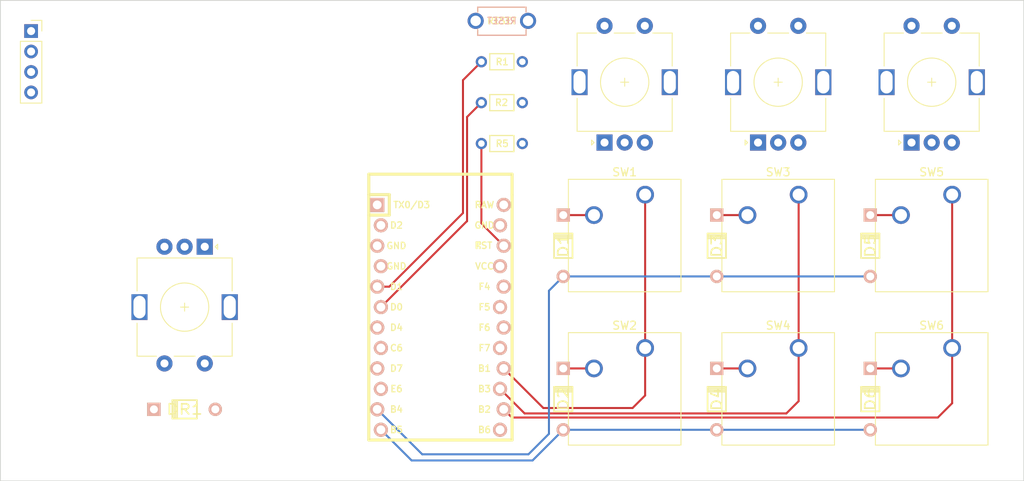
<source format=kicad_pcb>
(kicad_pcb (version 20221018) (generator pcbnew)
  (layers (0 "F.Cu" signal) (31 "B.Cu" signal) (34 "B.Paste" user) (35 "F.Paste" user) (36 "B.SilkS" user "B.Silkscreen") (37 "F.SilkS" user "F.Silkscreen") (38 "B.Mask" user) (39 "F.Mask" user) (44 "Edge.Cuts" user))
  (net 0 "")
  (net 1 "GND")
  (net 2 "Net-(U1-RST)")
  (net 3 "encA")
  (net 4 "encB")
  (net 5 "m0")
  (net 6 "Net-(DR1-A)")
  (net 7 "encC")
  (net 8 "encD")
  (net 9 "encE")
  (net 10 "encF")
  (net 11 "encG")
  (net 12 "encH")
  (net 13 "VCC")
  (net 14 "SDA")
  (net 15 "SCL")
  (net 16 "rowA")
  (net 17 "Net-(D1-A)")
  (net 18 "rowB")
  (net 19 "Net-(D2-A)")
  (net 20 "Net-(D3-A)")
  (net 21 "Net-(D4-A)")
  (net 22 "Net-(D5-A)")
  (net 23 "Net-(D6-A)")
  (net 24 "m1")
  (net 26 "col2")
  (net 27 "col1")
  (net 28 "col0")
  (footprint "Library:Diode" (layer "F.Cu") (at 223.52 80.01 90)
    (fp_text reference "D4" (at 0 0 90) (layer "F.SilkS") (effects (font (size 1.27 1.524) (thickness 0.2032))))
    (fp_text value "D_Small" hide)
    (fp_line (start -1.524 -1.143) (end 1.524 -1.143) (stroke (width 0.2032)) (layer "F.SilkS"))
    (fp_line (start -1.524 1.143) (end -1.524 -1.143) (stroke (width 0.2032)) (layer "F.SilkS"))
    (fp_line (start 0.9 1.1) (end 0.9 -1.1) (stroke (width 0.15)) (layer "F.SilkS"))
    (fp_line (start 1.1 -1.1) (end 1.1 1.1) (stroke (width 0.15)) (layer "F.SilkS"))
    (fp_line (start 1.3 -1.1) (end 1.3 -1) (stroke (width 0.15)) (layer "F.SilkS"))
    (fp_line (start 1.3 -1) (end 1.3 -1.1) (stroke (width 0.15)) (layer "F.SilkS"))
    (fp_line (start 1.3 1.1) (end 1.3 -1) (stroke (width 0.15)) (layer "F.SilkS"))
    (fp_line (start 1.524 -1.143) (end 1.524 1.143) (stroke (width 0.2032)) (layer "F.SilkS"))
    (fp_line (start 1.524 1.143) (end -1.524 1.143) (stroke (width 0.2032)) (layer "F.SilkS"))
    (pad "1" thru_hole circle (at -3.81 0 90) (size 1.651 1.651) (drill 0.9906) (layers "*.Cu" "*.SilkS" "*.Mask") (net 18 "rowB"))
    (pad "2" thru_hole rect (at 3.81 0 90) (size 1.651 1.651) (drill 0.9906) (layers "*.Cu" "*.SilkS" "*.Mask") (net 21 "Net-(D4-A)"))
  )
  (footprint "Library:RESISTOR" (layer "F.Cu") (at 196.85 48.26 180)
    (fp_text reference "R5" (at -0.039272 -0.011965) (layer "F.SilkS") (effects (font (size 0.8128 0.8128))))
    (fp_text value "R_US" hide)
    (fp_line (start -1.50114 -1.00076) (end -1.50114 1.00076) (stroke (width 0.15)) (layer "F.SilkS"))
    (fp_line (start -1.50114 1.00076) (end 1.50114 1.00076) (stroke (width 0.15)) (layer "F.SilkS"))
    (fp_line (start 1.50114 -1.00076) (end -1.50114 -1.00076) (stroke (width 0.15)) (layer "F.SilkS"))
    (fp_line (start 1.50114 1.00076) (end 1.50114 -1.00076) (stroke (width 0.15)) (layer "F.SilkS"))
    (pad "1" thru_hole circle (at -2.54 0 180) (size 1.397 1.397) (drill 0.8128) (layers "*.Cu" "*.Mask") (net 13 "VCC"))
    (pad "2" thru_hole circle (at 2.54 0 180) (size 1.397 1.397) (drill 0.8128) (layers "*.Cu" "*.Mask") (net 2 "Net-(U1-RST)"))
  )
  (footprint "Library:RotaryEncoder_EC11" (layer "F.Cu") (at 231.14 40.64 90)
    (fp_text reference "Rot3")
    (fp_text value "RotaryEncoder")
    (fp_line (start -7.8 -4.1) (end -7.2 -4.1) (stroke (width 0.12)) (layer "F.SilkS"))
    (fp_line (start -7.5 -3.8) (end -7.8 -4.1) (stroke (width 0.12)) (layer "F.SilkS"))
    (fp_line (start -7.2 -4.1) (end -7.5 -3.8) (stroke (width 0.12)) (layer "F.SilkS"))
    (fp_line (start -6.1 -5.9) (end -6.1 5.9) (stroke (width 0.12)) (layer "F.SilkS"))
    (fp_line (start -2 -5.9) (end -6.1 -5.9) (stroke (width 0.12)) (layer "F.SilkS"))
    (fp_line (start -2 5.9) (end -6.1 5.9) (stroke (width 0.12)) (layer "F.SilkS"))
    (fp_line (start -0.5 0) (end 0.5 0) (stroke (width 0.12)) (layer "F.SilkS"))
    (fp_line (start 0 -0.5) (end 0 0.5) (stroke (width 0.12)) (layer "F.SilkS"))
    (fp_line (start 2 -5.9) (end 6.1 -5.9) (stroke (width 0.12)) (layer "F.SilkS"))
    (fp_line (start 6.1 -5.9) (end 6.1 -3.5) (stroke (width 0.12)) (layer "F.SilkS"))
    (fp_line (start 6.1 -1.3) (end 6.1 1.3) (stroke (width 0.12)) (layer "F.SilkS"))
    (fp_line (start 6.1 3.5) (end 6.1 5.9) (stroke (width 0.12)) (layer "F.SilkS"))
    (fp_line (start 6.1 5.9) (end 2 5.9) (stroke (width 0.12)) (layer "F.SilkS"))
    (fp_circle (center 0 0) (end 3 0) (stroke (width 0.12)) (fill none) (layer "F.SilkS"))
    (pad "" np_thru_hole rect (at 0 -5.6 90) (size 3.2 2) (drill oval 2.8 1.5) (layers "*.Cu" "*.Mask"))
    (pad "" np_thru_hole rect (at 0 5.6 90) (size 3.2 2) (drill oval 2.8 1.5) (layers "*.Cu" "*.Mask"))
    (pad "A" thru_hole rect (at -7.5 -2.5 90) (size 2 2) (drill 1) (layers "*.Cu" "*.Mask") (net 9 "encE"))
    (pad "B" thru_hole circle (at -7.5 2.5 90) (size 2 2) (drill 1) (layers "*.Cu" "*.Mask") (net 10 "encF"))
    (pad "C" thru_hole circle (at -7.5 0 90) (size 2 2) (drill 1) (layers "*.Cu" "*.Mask") (net 1 "GND"))
    (pad "S1" thru_hole circle (at 7 2.5 90) (size 2 2) (drill 1) (layers "*.Cu" "*.Mask"))
    (pad "S2" thru_hole circle (at 7 -2.5 90) (size 2 2) (drill 1) (layers "*.Cu" "*.Mask"))
  )
  (footprint "Library:Diode" (layer "F.Cu") (at 157.48 81.28 180)
    (fp_text reference "DR1" (at 0 0) (layer "F.SilkS") (effects (font (size 1.27 1.524) (thickness 0.2032))))
    (fp_text value "D_Small" hide)
    (fp_line (start -1.524 -1.143) (end 1.524 -1.143) (stroke (width 0.2032)) (layer "F.SilkS"))
    (fp_line (start -1.524 1.143) (end -1.524 -1.143) (stroke (width 0.2032)) (layer "F.SilkS"))
    (fp_line (start 0.9 1.1) (end 0.9 -1.1) (stroke (width 0.15)) (layer "F.SilkS"))
    (fp_line (start 1.1 -1.1) (end 1.1 1.1) (stroke (width 0.15)) (layer "F.SilkS"))
    (fp_line (start 1.3 -1.1) (end 1.3 -1) (stroke (width 0.15)) (layer "F.SilkS"))
    (fp_line (start 1.3 -1) (end 1.3 -1.1) (stroke (width 0.15)) (layer "F.SilkS"))
    (fp_line (start 1.3 1.1) (end 1.3 -1) (stroke (width 0.15)) (layer "F.SilkS"))
    (fp_line (start 1.524 -1.143) (end 1.524 1.143) (stroke (width 0.2032)) (layer "F.SilkS"))
    (fp_line (start 1.524 1.143) (end -1.524 1.143) (stroke (width 0.2032)) (layer "F.SilkS"))
    (pad "1" thru_hole circle (at -3.81 0 180) (size 1.651 1.651) (drill 0.9906) (layers "*.Cu" "*.SilkS" "*.Mask") (net 24 "m1"))
    (pad "2" thru_hole rect (at 3.81 0 180) (size 1.651 1.651) (drill 0.9906) (layers "*.Cu" "*.SilkS" "*.Mask") (net 6 "Net-(DR1-A)"))
  )
  (footprint "Library:Diode" (layer "F.Cu") (at 204.47 80.01 90)
    (fp_text reference "D2" (at 0 0 90) (layer "F.SilkS") (effects (font (size 1.27 1.524) (thickness 0.2032))))
    (fp_text value "D_Small" hide)
    (fp_line (start -1.524 -1.143) (end 1.524 -1.143) (stroke (width 0.2032)) (layer "F.SilkS"))
    (fp_line (start -1.524 1.143) (end -1.524 -1.143) (stroke (width 0.2032)) (layer "F.SilkS"))
    (fp_line (start 0.9 1.1) (end 0.9 -1.1) (stroke (width 0.15)) (layer "F.SilkS"))
    (fp_line (start 1.1 -1.1) (end 1.1 1.1) (stroke (width 0.15)) (layer "F.SilkS"))
    (fp_line (start 1.3 -1.1) (end 1.3 -1) (stroke (width 0.15)) (layer "F.SilkS"))
    (fp_line (start 1.3 -1) (end 1.3 -1.1) (stroke (width 0.15)) (layer "F.SilkS"))
    (fp_line (start 1.3 1.1) (end 1.3 -1) (stroke (width 0.15)) (layer "F.SilkS"))
    (fp_line (start 1.524 -1.143) (end 1.524 1.143) (stroke (width 0.2032)) (layer "F.SilkS"))
    (fp_line (start 1.524 1.143) (end -1.524 1.143) (stroke (width 0.2032)) (layer "F.SilkS"))
    (pad "1" thru_hole circle (at -3.81 0 90) (size 1.651 1.651) (drill 0.9906) (layers "*.Cu" "*.SilkS" "*.Mask") (net 18 "rowB"))
    (pad "2" thru_hole rect (at 3.81 0 90) (size 1.651 1.651) (drill 0.9906) (layers "*.Cu" "*.SilkS" "*.Mask") (net 19 "Net-(D2-A)"))
  )
  (footprint "Button_Switch_Keyboard:SW_Cherry_MX_1.00u_PCB" (layer "F.Cu") (at 214.63 54.61)
    (fp_text reference "SW1" (at -2.54 -2.794) (layer "F.SilkS"))
    (fp_text value "KEYSW")
    (fp_line (start -9.525 -1.905) (end 4.445 -1.905) (stroke (width 0.12)) (layer "F.SilkS"))
    (fp_line (start -9.525 12.065) (end -9.525 -1.905) (stroke (width 0.12)) (layer "F.SilkS"))
    (fp_line (start 4.445 -1.905) (end 4.445 12.065) (stroke (width 0.12)) (layer "F.SilkS"))
    (fp_line (start 4.445 12.065) (end -9.525 12.065) (stroke (width 0.12)) (layer "F.SilkS"))
    (pad "" np_thru_hole circle (at -7.62 5.08) (size 1.7 1.7) (drill 1.7) (layers "*.Cu" "*.Mask"))
    (pad "" np_thru_hole circle (at -2.54 5.08) (size 4 4) (drill 4) (layers "*.Cu" "*.Mask"))
    (pad "" np_thru_hole circle (at 2.54 5.08) (size 1.7 1.7) (drill 1.7) (layers "*.Cu" "*.Mask"))
    (pad "1" thru_hole circle (at 0 0) (size 2.2 2.2) (drill 1.5) (layers "*.Cu" "*.Mask") (net 28 "col0"))
    (pad "2" thru_hole circle (at -6.35 2.54) (size 2.2 2.2) (drill 1.5) (layers "*.Cu" "*.Mask") (net 17 "Net-(D1-A)"))
  )
  (footprint "Library:ArduinoProMicro-ZigZag" (layer "F.Cu") (at 189.23 69.85 -90)
    (fp_text reference "U1" hide)
    (fp_text value "ProMicro" hide)
    (fp_text user "GND" (at -8.89 5.461) (layer "F.SilkS") (effects (font (size 0.8 0.8))))
    (fp_text user "D1" (at -3.81 5.461) (layer "F.SilkS") (effects (font (size 0.8 0.8))))
    (fp_text user "F4" (at -3.81 -5.461) (layer "F.SilkS") (effects (font (size 0.8 0.8))))
    (fp_text user "B3" (at 8.89 -5.461) (layer "F.SilkS") (effects (font (size 0.8 0.8))))
    (fp_text user "F7" (at 3.81 -5.461) (layer "F.SilkS") (effects (font (size 0.8 0.8))))
    (fp_text user "D0" (at -1.27 5.461) (layer "F.SilkS") (effects (font (size 0.8 0.8))))
    (fp_text user "B5" (at 13.97 5.461) (layer "F.SilkS") (effects (font (size 0.8 0.8))))
    (fp_text user "ST" (at -8.92 -5.73312) (layer "F.SilkS") (effects (font (size 0.8 0.8))))
    (fp_text user "D2" (at -11.43 5.461) (layer "F.SilkS") (effects (font (size 0.8 0.8))))
    (fp_text user "B4" (at 11.43 5.461) (layer "F.SilkS") (effects (font (size 0.8 0.8))))
    (fp_text user "C6" (at 3.81 5.461) (layer "F.SilkS") (effects (font (size 0.8 0.8))))
    (fp_text user "RAW" (at -13.97 -5.461) (layer "F.SilkS") (effects (font (size 0.8 0.8))))
    (fp_text user "D4" (at 1.27 5.461) (layer "F.SilkS") (effects (font (size 0.8 0.8))))
    (fp_text user "E6" (at 8.89 5.461) (layer "F.SilkS") (effects (font (size 0.8 0.8))))
    (fp_text user "B2" (at 11.43 -5.461) (layer "F.SilkS") (effects (font (size 0.8 0.8))))
    (fp_text user "GND" (at -6.35 5.461) (layer "F.SilkS") (effects (font (size 0.8 0.8))))
    (fp_text user "D7" (at 6.35 5.461) (layer "F.SilkS") (effects (font (size 0.8 0.8))))
    (fp_text user "F6" (at 1.27 -5.461) (layer "F.SilkS") (effects (font (size 0.8 0.8))))
    (fp_text user "B1" (at 6.35 -5.461) (layer "F.SilkS") (effects (font (size 0.8 0.8))))
    (fp_text user "GND" (at -11.43 -5.461) (layer "F.SilkS") (effects (font (size 0.8 0.8))))
    (fp_text user "F5" (at -1.27 -5.461) (layer "F.SilkS") (effects (font (size 0.8 0.8))))
    (fp_text user "B6" (at 13.97 -5.461) (layer "F.SilkS") (effects (font (size 0.8 0.8))))
    (fp_text user "VCC" (at -6.35 -5.461) (layer "F.SilkS") (effects (font (size 0.8 0.8))))
    (fp_text user "TX0/D3" (at -13.97 3.571872) (layer "F.SilkS") (effects (font (size 0.8 0.8))))
    (fp_line (start -17.78 -8.89) (end -17.78 8.89) (stroke (width 0.381)) (layer "F.SilkS"))
    (fp_line (start -17.78 8.89) (end -15.24 8.89) (stroke (width 0.381)) (layer "F.SilkS"))
    (fp_line (start -15.24 -8.89) (end -17.78 -8.89) (stroke (width 0.381)) (layer "F.SilkS"))
    (fp_line (start -15.24 6.35) (end -15.24 8.89) (stroke (width 0.381)) (layer "F.SilkS"))
    (fp_line (start -15.24 6.35) (end -12.7 6.35) (stroke (width 0.381)) (layer "F.SilkS"))
    (fp_line (start -15.24 8.89) (end 15.24 8.89) (stroke (width 0.381)) (layer "F.SilkS"))
    (fp_line (start -12.7 6.35) (end -12.7 8.89) (stroke (width 0.381)) (layer "F.SilkS"))
    (fp_line (start 15.24 -8.89) (end -15.24 -8.89) (stroke (width 0.381)) (layer "F.SilkS"))
    (fp_line (start 15.24 8.89) (end 15.24 -8.89) (stroke (width 0.381)) (layer "F.SilkS"))
    (fp_poly (pts (xy -9.36064 -4.931568) (xy -9.26064 -4.931568) (xy -9.26064 -4.431568) (xy -9.36064 -4.431568)) (stroke (width 0.15)) (fill solid) (layer "F.SilkS"))
    (fp_poly (pts (xy -9.36064 -4.931568) (xy -9.06064 -4.931568) (xy -9.06064 -4.831568) (xy -9.36064 -4.831568)) (stroke (width 0.15)) (fill solid) (layer "F.SilkS"))
    (fp_poly (pts (xy -9.36064 -4.531568) (xy -8.56064 -4.531568) (xy -8.56064 -4.431568) (xy -9.36064 -4.431568)) (stroke (width 0.15)) (fill solid) (layer "F.SilkS"))
    (fp_poly (pts (xy -8.96064 -4.731568) (xy -8.86064 -4.731568) (xy -8.86064 -4.631568) (xy -8.96064 -4.631568)) (stroke (width 0.15)) (fill solid) (layer "F.SilkS"))
    (fp_poly (pts (xy -8.76064 -4.931568) (xy -8.56064 -4.931568) (xy -8.56064 -4.831568) (xy -8.76064 -4.831568)) (stroke (width 0.15)) (fill solid) (layer "F.SilkS"))
    (pad "1" thru_hole rect (at -13.97 7.8486 270) (size 1.7526 1.7526) (drill 1.0922) (layers "*.Cu" "*.SilkS" "*.Mask") (net 11 "encG"))
    (pad "2" thru_hole circle (at -11.43 7.3914 270) (size 1.7526 1.7526) (drill 1.0922) (layers "*.Cu" "*.SilkS" "*.Mask") (net 12 "encH"))
    (pad "3" thru_hole circle (at -8.89 7.8486 270) (size 1.7526 1.7526) (drill 1.0922) (layers "*.Cu" "*.SilkS" "*.Mask") (net 1 "GND"))
    (pad "4" thru_hole circle (at -6.35 7.3914 270) (size 1.7526 1.7526) (drill 1.0922) (layers "*.Cu" "*.SilkS" "*.Mask") (net 1 "GND"))
    (pad "5" thru_hole circle (at -3.81 7.8486 270) (size 1.7526 1.7526) (drill 1.0922) (layers "*.Cu" "*.SilkS" "*.Mask") (net 14 "SDA"))
    (pad "6" thru_hole circle (at -1.27 7.3914 270) (size 1.7526 1.7526) (drill 1.0922) (layers "*.Cu" "*.SilkS" "*.Mask") (net 15 "SCL"))
    (pad "7" thru_hole circle (at 1.27 7.8486 270) (size 1.7526 1.7526) (drill 1.0922) (layers "*.Cu" "*.SilkS" "*.Mask") (net 3 "encA"))
    (pad "8" thru_hole circle (at 3.81 7.3914 270) (size 1.7526 1.7526) (drill 1.0922) (layers "*.Cu" "*.SilkS" "*.Mask") (net 4 "encB"))
    (pad "9" thru_hole circle (at 6.35 7.8486 270) (size 1.7526 1.7526) (drill 1.0922) (layers "*.Cu" "*.SilkS" "*.Mask") (net 5 "m0"))
    (pad "10" thru_hole circle (at 8.89 7.3914 270) (size 1.7526 1.7526) (drill 1.0922) (layers "*.Cu" "*.SilkS" "*.Mask") (net 24 "m1"))
    (pad "11" thru_hole circle (at 11.43 7.8486 270) (size 1.7526 1.7526) (drill 1.0922) (layers "*.Cu" "*.SilkS" "*.Mask") (net 16 "rowA"))
    (pad "12" thru_hole circle (at 13.97 7.3914 270) (size 1.7526 1.7526) (drill 1.0922) (layers "*.Cu" "*.SilkS" "*.Mask") (net 18 "rowB"))
    (pad "13" thru_hole circle (at 13.97 -7.3914 270) (size 1.7526 1.7526) (drill 1.0922) (layers "*.Cu" "*.SilkS" "*.Mask"))
    (pad "14" thru_hole circle (at 11.43 -7.8486 270) (size 1.7526 1.7526) (drill 1.0922) (layers "*.Cu" "*.SilkS" "*.Mask") (net 26 "col2"))
    (pad "15" thru_hole circle (at 8.89 -7.3914 270) (size 1.7526 1.7526) (drill 1.0922) (layers "*.Cu" "*.SilkS" "*.Mask") (net 27 "col1"))
    (pad "16" thru_hole circle (at 6.35 -7.8486 270) (size 1.7526 1.7526) (drill 1.0922) (layers "*.Cu" "*.SilkS" "*.Mask") (net 28 "col0"))
    (pad "17" thru_hole circle (at 3.81 -7.3914 270) (size 1.7526 1.7526) (drill 1.0922) (layers "*.Cu" "*.SilkS" "*.Mask") (net 10 "encF"))
    (pad "18" thru_hole circle (at 1.27 -7.8486 270) (size 1.7526 1.7526) (drill 1.0922) (layers "*.Cu" "*.SilkS" "*.Mask") (net 9 "encE"))
    (pad "19" thru_hole circle (at -1.27 -7.3914 270) (size 1.7526 1.7526) (drill 1.0922) (layers "*.Cu" "*.SilkS" "*.Mask") (net 8 "encD"))
    (pad "20" thru_hole circle (at -3.81 -7.8486 270) (size 1.7526 1.7526) (drill 1.0922) (layers "*.Cu" "*.SilkS" "*.Mask") (net 7 "encC"))
    (pad "21" thru_hole circle (at -6.35 -7.3914 270) (size 1.7526 1.7526) (drill 1.0922) (layers "*.Cu" "*.SilkS" "*.Mask") (net 13 "VCC"))
    (pad "22" thru_hole circle (at -8.89 -7.8486 270) (size 1.7526 1.7526) (drill 1.0922) (layers "*.Cu" "*.SilkS" "*.Mask") (net 2 "Net-(U1-RST)"))
    (pad "23" thru_hole circle (at -11.43 -7.3914 270) (size 1.7526 1.7526) (drill 1.0922) (layers "*.Cu" "*.SilkS" "*.Mask") (net 1 "GND"))
    (pad "24" thru_hole circle (at -13.97 -7.8486 270) (size 1.7526 1.7526) (drill 1.0922) (layers "*.Cu" "*.SilkS" "*.Mask"))
  )
  (footprint "Button_Switch_Keyboard:SW_Cherry_MX_1.00u_PCB" (layer "F.Cu") (at 252.73 73.66)
    (fp_text reference "SW6" (at -2.54 -2.794) (layer "F.SilkS"))
    (fp_text value "KEYSW")
    (fp_line (start -9.525 -1.905) (end 4.445 -1.905) (stroke (width 0.12)) (layer "F.SilkS"))
    (fp_line (start -9.525 12.065) (end -9.525 -1.905) (stroke (width 0.12)) (layer "F.SilkS"))
    (fp_line (start 4.445 -1.905) (end 4.445 12.065) (stroke (width 0.12)) (layer "F.SilkS"))
    (fp_line (start 4.445 12.065) (end -9.525 12.065) (stroke (width 0.12)) (layer "F.SilkS"))
    (pad "" np_thru_hole circle (at -7.62 5.08) (size 1.7 1.7) (drill 1.7) (layers "*.Cu" "*.Mask"))
    (pad "" np_thru_hole circle (at -2.54 5.08) (size 4 4) (drill 4) (layers "*.Cu" "*.Mask"))
    (pad "" np_thru_hole circle (at 2.54 5.08) (size 1.7 1.7) (drill 1.7) (layers "*.Cu" "*.Mask"))
    (pad "1" thru_hole circle (at 0 0) (size 2.2 2.2) (drill 1.5) (layers "*.Cu" "*.Mask") (net 26 "col2"))
    (pad "2" thru_hole circle (at -6.35 2.54) (size 2.2 2.2) (drill 1.5) (layers "*.Cu" "*.Mask") (net 23 "Net-(D6-A)"))
  )
  (footprint "Library:Diode" (layer "F.Cu") (at 242.57 80.01 90)
    (fp_text reference "D6" (at 0 0 90) (layer "F.SilkS") (effects (font (size 1.27 1.524) (thickness 0.2032))))
    (fp_text value "D_Small" hide)
    (fp_line (start -1.524 -1.143) (end 1.524 -1.143) (stroke (width 0.2032)) (layer "F.SilkS"))
    (fp_line (start -1.524 1.143) (end -1.524 -1.143) (stroke (width 0.2032)) (layer "F.SilkS"))
    (fp_line (start 0.9 1.1) (end 0.9 -1.1) (stroke (width 0.15)) (layer "F.SilkS"))
    (fp_line (start 1.1 -1.1) (end 1.1 1.1) (stroke (width 0.15)) (layer "F.SilkS"))
    (fp_line (start 1.3 -1.1) (end 1.3 -1) (stroke (width 0.15)) (layer "F.SilkS"))
    (fp_line (start 1.3 -1) (end 1.3 -1.1) (stroke (width 0.15)) (layer "F.SilkS"))
    (fp_line (start 1.3 1.1) (end 1.3 -1) (stroke (width 0.15)) (layer "F.SilkS"))
    (fp_line (start 1.524 -1.143) (end 1.524 1.143) (stroke (width 0.2032)) (layer "F.SilkS"))
    (fp_line (start 1.524 1.143) (end -1.524 1.143) (stroke (width 0.2032)) (layer "F.SilkS"))
    (pad "1" thru_hole circle (at -3.81 0 90) (size 1.651 1.651) (drill 0.9906) (layers "*.Cu" "*.SilkS" "*.Mask") (net 18 "rowB"))
    (pad "2" thru_hole rect (at 3.81 0 90) (size 1.651 1.651) (drill 0.9906) (layers "*.Cu" "*.SilkS" "*.Mask") (net 23 "Net-(D6-A)"))
  )
  (footprint "Library:RESISTOR" (layer "F.Cu") (at 196.85 43.18)
    (fp_text reference "R2" (at -0.039272 -0.011965) (layer "F.SilkS") (effects (font (size 0.8128 0.8128))))
    (fp_text value "R_US" hide)
    (fp_line (start -1.50114 -1.00076) (end -1.50114 1.00076) (stroke (width 0.15)) (layer "F.SilkS"))
    (fp_line (start -1.50114 1.00076) (end 1.50114 1.00076) (stroke (width 0.15)) (layer "F.SilkS"))
    (fp_line (start 1.50114 -1.00076) (end -1.50114 -1.00076) (stroke (width 0.15)) (layer "F.SilkS"))
    (fp_line (start 1.50114 1.00076) (end 1.50114 -1.00076) (stroke (width 0.15)) (layer "F.SilkS"))
    (pad "1" thru_hole circle (at -2.54 0) (size 1.397 1.397) (drill 0.8128) (layers "*.Cu" "*.Mask") (net 15 "SCL"))
    (pad "2" thru_hole circle (at 2.54 0) (size 1.397 1.397) (drill 0.8128) (layers "*.Cu" "*.Mask") (net 13 "VCC"))
  )
  (footprint "Library:Diode" (layer "F.Cu") (at 242.57 60.96 90)
    (fp_text reference "D5" (at 0 0 90) (layer "F.SilkS") (effects (font (size 1.27 1.524) (thickness 0.2032))))
    (fp_text value "D_Small" hide)
    (fp_line (start -1.524 -1.143) (end 1.524 -1.143) (stroke (width 0.2032)) (layer "F.SilkS"))
    (fp_line (start -1.524 1.143) (end -1.524 -1.143) (stroke (width 0.2032)) (layer "F.SilkS"))
    (fp_line (start 0.9 1.1) (end 0.9 -1.1) (stroke (width 0.15)) (layer "F.SilkS"))
    (fp_line (start 1.1 -1.1) (end 1.1 1.1) (stroke (width 0.15)) (layer "F.SilkS"))
    (fp_line (start 1.3 -1.1) (end 1.3 -1) (stroke (width 0.15)) (layer "F.SilkS"))
    (fp_line (start 1.3 -1) (end 1.3 -1.1) (stroke (width 0.15)) (layer "F.SilkS"))
    (fp_line (start 1.3 1.1) (end 1.3 -1) (stroke (width 0.15)) (layer "F.SilkS"))
    (fp_line (start 1.524 -1.143) (end 1.524 1.143) (stroke (width 0.2032)) (layer "F.SilkS"))
    (fp_line (start 1.524 1.143) (end -1.524 1.143) (stroke (width 0.2032)) (layer "F.SilkS"))
    (pad "1" thru_hole circle (at -3.81 0 90) (size 1.651 1.651) (drill 0.9906) (layers "*.Cu" "*.SilkS" "*.Mask") (net 16 "rowA"))
    (pad "2" thru_hole rect (at 3.81 0 90) (size 1.651 1.651) (drill 0.9906) (layers "*.Cu" "*.SilkS" "*.Mask") (net 22 "Net-(D5-A)"))
  )
  (footprint "Library:RESISTOR" (layer "F.Cu") (at 196.85 38.1 180)
    (fp_text reference "R1" (at -0.039272 -0.011965) (layer "F.SilkS") (effects (font (size 0.8128 0.8128))))
    (fp_text value "R_US" hide)
    (fp_line (start -1.50114 -1.00076) (end -1.50114 1.00076) (stroke (width 0.15)) (layer "F.SilkS"))
    (fp_line (start -1.50114 1.00076) (end 1.50114 1.00076) (stroke (width 0.15)) (layer "F.SilkS"))
    (fp_line (start 1.50114 -1.00076) (end -1.50114 -1.00076) (stroke (width 0.15)) (layer "F.SilkS"))
    (fp_line (start 1.50114 1.00076) (end 1.50114 -1.00076) (stroke (width 0.15)) (layer "F.SilkS"))
    (pad "1" thru_hole circle (at -2.54 0 180) (size 1.397 1.397) (drill 0.8128) (layers "*.Cu" "*.Mask") (net 13 "VCC"))
    (pad "2" thru_hole circle (at 2.54 0 180) (size 1.397 1.397) (drill 0.8128) (layers "*.Cu" "*.Mask") (net 14 "SDA"))
  )
  (footprint "Library:RotaryEncoder_EC11" (layer "F.Cu") (at 250.19 40.64 90)
    (fp_text reference "Rot2")
    (fp_text value "RotaryEncoder")
    (fp_line (start -7.8 -4.1) (end -7.2 -4.1) (stroke (width 0.12)) (layer "F.SilkS"))
    (fp_line (start -7.5 -3.8) (end -7.8 -4.1) (stroke (width 0.12)) (layer "F.SilkS"))
    (fp_line (start -7.2 -4.1) (end -7.5 -3.8) (stroke (width 0.12)) (layer "F.SilkS"))
    (fp_line (start -6.1 -5.9) (end -6.1 5.9) (stroke (width 0.12)) (layer "F.SilkS"))
    (fp_line (start -2 -5.9) (end -6.1 -5.9) (stroke (width 0.12)) (layer "F.SilkS"))
    (fp_line (start -2 5.9) (end -6.1 5.9) (stroke (width 0.12)) (layer "F.SilkS"))
    (fp_line (start -0.5 0) (end 0.5 0) (stroke (width 0.12)) (layer "F.SilkS"))
    (fp_line (start 0 -0.5) (end 0 0.5) (stroke (width 0.12)) (layer "F.SilkS"))
    (fp_line (start 2 -5.9) (end 6.1 -5.9) (stroke (width 0.12)) (layer "F.SilkS"))
    (fp_line (start 6.1 -5.9) (end 6.1 -3.5) (stroke (width 0.12)) (layer "F.SilkS"))
    (fp_line (start 6.1 -1.3) (end 6.1 1.3) (stroke (width 0.12)) (layer "F.SilkS"))
    (fp_line (start 6.1 3.5) (end 6.1 5.9) (stroke (width 0.12)) (layer "F.SilkS"))
    (fp_line (start 6.1 5.9) (end 2 5.9) (stroke (width 0.12)) (layer "F.SilkS"))
    (fp_circle (center 0 0) (end 3 0) (stroke (width 0.12)) (fill none) (layer "F.SilkS"))
    (pad "" np_thru_hole rect (at 0 -5.6 90) (size 3.2 2) (drill oval 2.8 1.5) (layers "*.Cu" "*.Mask"))
    (pad "" np_thru_hole rect (at 0 5.6 90) (size 3.2 2) (drill oval 2.8 1.5) (layers "*.Cu" "*.Mask"))
    (pad "A" thru_hole rect (at -7.5 -2.5 90) (size 2 2) (drill 1) (layers "*.Cu" "*.Mask") (net 7 "encC"))
    (pad "B" thru_hole circle (at -7.5 2.5 90) (size 2 2) (drill 1) (layers "*.Cu" "*.Mask") (net 8 "encD"))
    (pad "C" thru_hole circle (at -7.5 0 90) (size 2 2) (drill 1) (layers "*.Cu" "*.Mask") (net 1 "GND"))
    (pad "S1" thru_hole circle (at 7 2.5 90) (size 2 2) (drill 1) (layers "*.Cu" "*.Mask"))
    (pad "S2" thru_hole circle (at 7 -2.5 90) (size 2 2) (drill 1) (layers "*.Cu" "*.Mask"))
  )
  (footprint "Button_Switch_Keyboard:SW_Cherry_MX_1.00u_PCB" (layer "F.Cu") (at 233.68 54.61)
    (fp_text reference "SW3" (at -2.54 -2.794) (layer "F.SilkS"))
    (fp_text value "KEYSW")
    (fp_line (start -9.525 -1.905) (end 4.445 -1.905) (stroke (width 0.12)) (layer "F.SilkS"))
    (fp_line (start -9.525 12.065) (end -9.525 -1.905) (stroke (width 0.12)) (layer "F.SilkS"))
    (fp_line (start 4.445 -1.905) (end 4.445 12.065) (stroke (width 0.12)) (layer "F.SilkS"))
    (fp_line (start 4.445 12.065) (end -9.525 12.065) (stroke (width 0.12)) (layer "F.SilkS"))
    (pad "" np_thru_hole circle (at -7.62 5.08) (size 1.7 1.7) (drill 1.7) (layers "*.Cu" "*.Mask"))
    (pad "" np_thru_hole circle (at -2.54 5.08) (size 4 4) (drill 4) (layers "*.Cu" "*.Mask"))
    (pad "" np_thru_hole circle (at 2.54 5.08) (size 1.7 1.7) (drill 1.7) (layers "*.Cu" "*.Mask"))
    (pad "1" thru_hole circle (at 0 0) (size 2.2 2.2) (drill 1.5) (layers "*.Cu" "*.Mask") (net 27 "col1"))
    (pad "2" thru_hole circle (at -6.35 2.54) (size 2.2 2.2) (drill 1.5) (layers "*.Cu" "*.Mask") (net 20 "Net-(D3-A)"))
  )
  (footprint "Library:Diode" (layer "F.Cu") (at 204.47 60.96 90)
    (fp_text reference "D1" (at 0 0 90) (layer "F.SilkS") (effects (font (size 1.27 1.524) (thickness 0.2032))))
    (fp_text value "D_Small" hide)
    (fp_line (start -1.524 -1.143) (end 1.524 -1.143) (stroke (width 0.2032)) (layer "F.SilkS"))
    (fp_line (start -1.524 1.143) (end -1.524 -1.143) (stroke (width 0.2032)) (layer "F.SilkS"))
    (fp_line (start 0.9 1.1) (end 0.9 -1.1) (stroke (width 0.15)) (layer "F.SilkS"))
    (fp_line (start 1.1 -1.1) (end 1.1 1.1) (stroke (width 0.15)) (layer "F.SilkS"))
    (fp_line (start 1.3 -1.1) (end 1.3 -1) (stroke (width 0.15)) (layer "F.SilkS"))
    (fp_line (start 1.3 -1) (end 1.3 -1.1) (stroke (width 0.15)) (layer "F.SilkS"))
    (fp_line (start 1.3 1.1) (end 1.3 -1) (stroke (width 0.15)) (layer "F.SilkS"))
    (fp_line (start 1.524 -1.143) (end 1.524 1.143) (stroke (width 0.2032)) (layer "F.SilkS"))
    (fp_line (start 1.524 1.143) (end -1.524 1.143) (stroke (width 0.2032)) (layer "F.SilkS"))
    (pad "1" thru_hole circle (at -3.81 0 90) (size 1.651 1.651) (drill 0.9906) (layers "*.Cu" "*.SilkS" "*.Mask") (net 16 "rowA"))
    (pad "2" thru_hole rect (at 3.81 0 90) (size 1.651 1.651) (drill 0.9906) (layers "*.Cu" "*.SilkS" "*.Mask") (net 17 "Net-(D1-A)"))
  )
  (footprint "Library:TACT_SWITCH_TVBP06" (layer "F.Cu") (at 196.85 33.02 180)
    (fp_text reference "SW7" hide)
    (fp_text value "SW_Omron_B3FS" hide)
    (fp_text user "RESET" (at 0 0) (layer "B.SilkS") (effects (font (size 0.8 0.8)) (justify mirror)))
    (fp_text user "RESET" (at 0 0) (layer "F.SilkS") (effects (font (size 0.8 0.8))))
    (fp_line (start -3 -1.8) (end -3 -1.1) (stroke (width 0.15)) (layer "B.SilkS"))
    (fp_line (start -3 -1.8) (end 2.9 -1.8) (stroke (width 0.15)) (layer "B.SilkS"))
    (fp_line (start -3 -1.8) (end 3 -1.8) (stroke (width 0.15)) (layer "B.SilkS"))
    (fp_line (start -3 1.7) (end -3 1.1) (stroke (width 0.15)) (layer "B.SilkS"))
    (fp_line (start 3 -1.8) (end 3 -1.1) (stroke (width 0.15)) (layer "B.SilkS"))
    (fp_line (start 3 1.7) (end -3 1.7) (stroke (width 0.15)) (layer "B.SilkS"))
    (fp_line (start 3 1.7) (end 3 1.1) (stroke (width 0.15)) (layer "B.SilkS"))
    (fp_line (start -3 -1.8) (end -3 -1.1) (stroke (width 0.15)) (layer "F.SilkS"))
    (fp_line (start -3 1.7) (end -3 1.1) (stroke (width 0.15)) (layer "F.SilkS"))
    (fp_line (start -3 1.7) (end 3 1.7) (stroke (width 0.15)) (layer "F.SilkS"))
    (fp_line (start 3 -1.8) (end -3 -1.8) (stroke (width 0.15)) (layer "F.SilkS"))
    (fp_line (start 3 -1.8) (end 3 -1.1) (stroke (width 0.15)) (layer "F.SilkS"))
    (fp_line (start 3 1.7) (end 3 1.1) (stroke (width 0.15)) (layer "F.SilkS"))
    (pad "1" thru_hole circle (at -3.25 0 180) (size 2 2) (drill 1.3) (layers "*.Cu" "*.Mask") (net 1 "GND"))
    (pad "2" thru_hole circle (at 3.25 0 180) (size 2 2) (drill 1.3) (layers "*.Cu" "*.Mask") (net 2 "Net-(U1-RST)"))
  )
  (footprint "Library:Diode" (layer "F.Cu") (at 223.52 60.96 90)
    (fp_text reference "D3" (at 0 0 90) (layer "F.SilkS") (effects (font (size 1.27 1.524) (thickness 0.2032))))
    (fp_text value "D_Small" hide)
    (fp_line (start -1.524 -1.143) (end 1.524 -1.143) (stroke (width 0.2032)) (layer "F.SilkS"))
    (fp_line (start -1.524 1.143) (end -1.524 -1.143) (stroke (width 0.2032)) (layer "F.SilkS"))
    (fp_line (start 0.9 1.1) (end 0.9 -1.1) (stroke (width 0.15)) (layer "F.SilkS"))
    (fp_line (start 1.1 -1.1) (end 1.1 1.1) (stroke (width 0.15)) (layer "F.SilkS"))
    (fp_line (start 1.3 -1.1) (end 1.3 -1) (stroke (width 0.15)) (layer "F.SilkS"))
    (fp_line (start 1.3 -1) (end 1.3 -1.1) (stroke (width 0.15)) (layer "F.SilkS"))
    (fp_line (start 1.3 1.1) (end 1.3 -1) (stroke (width 0.15)) (layer "F.SilkS"))
    (fp_line (start 1.524 -1.143) (end 1.524 1.143) (stroke (width 0.2032)) (layer "F.SilkS"))
    (fp_line (start 1.524 1.143) (end -1.524 1.143) (stroke (width 0.2032)) (layer "F.SilkS"))
    (pad "1" thru_hole circle (at -3.81 0 90) (size 1.651 1.651) (drill 0.9906) (layers "*.Cu" "*.SilkS" "*.Mask") (net 16 "rowA"))
    (pad "2" thru_hole rect (at 3.81 0 90) (size 1.651 1.651) (drill 0.9906) (layers "*.Cu" "*.SilkS" "*.Mask") (net 20 "Net-(D3-A)"))
  )
  (footprint "Button_Switch_Keyboard:SW_Cherry_MX_1.00u_PCB" (layer "F.Cu") (at 252.73 54.61)
    (fp_text reference "SW5" (at -2.54 -2.794) (layer "F.SilkS"))
    (fp_text value "KEYSW")
    (fp_line (start -9.525 -1.905) (end 4.445 -1.905) (stroke (width 0.12)) (layer "F.SilkS"))
    (fp_line (start -9.525 12.065) (end -9.525 -1.905) (stroke (width 0.12)) (layer "F.SilkS"))
    (fp_line (start 4.445 -1.905) (end 4.445 12.065) (stroke (width 0.12)) (layer "F.SilkS"))
    (fp_line (start 4.445 12.065) (end -9.525 12.065) (stroke (width 0.12)) (layer "F.SilkS"))
    (pad "" np_thru_hole circle (at -7.62 5.08) (size 1.7 1.7) (drill 1.7) (layers "*.Cu" "*.Mask"))
    (pad "" np_thru_hole circle (at -2.54 5.08) (size 4 4) (drill 4) (layers "*.Cu" "*.Mask"))
    (pad "" np_thru_hole circle (at 2.54 5.08) (size 1.7 1.7) (drill 1.7) (layers "*.Cu" "*.Mask"))
    (pad "1" thru_hole circle (at 0 0) (size 2.2 2.2) (drill 1.5) (layers "*.Cu" "*.Mask") (net 26 "col2"))
    (pad "2" thru_hole circle (at -6.35 2.54) (size 2.2 2.2) (drill 1.5) (layers "*.Cu" "*.Mask") (net 22 "Net-(D5-A)"))
  )
  (footprint "Button_Switch_Keyboard:SW_Cherry_MX_1.00u_PCB" (layer "F.Cu") (at 233.68 73.66)
    (fp_text reference "SW4" (at -2.54 -2.794) (layer "F.SilkS"))
    (fp_text value "KEYSW")
    (fp_line (start -9.525 -1.905) (end 4.445 -1.905) (stroke (width 0.12)) (layer "F.SilkS"))
    (fp_line (start -9.525 12.065) (end -9.525 -1.905) (stroke (width 0.12)) (layer "F.SilkS"))
    (fp_line (start 4.445 -1.905) (end 4.445 12.065) (stroke (width 0.12)) (layer "F.SilkS"))
    (fp_line (start 4.445 12.065) (end -9.525 12.065) (stroke (width 0.12)) (layer "F.SilkS"))
    (pad "" np_thru_hole circle (at -7.62 5.08) (size 1.7 1.7) (drill 1.7) (layers "*.Cu" "*.Mask"))
    (pad "" np_thru_hole circle (at -2.54 5.08) (size 4 4) (drill 4) (layers "*.Cu" "*.Mask"))
    (pad "" np_thru_hole circle (at 2.54 5.08) (size 1.7 1.7) (drill 1.7) (layers "*.Cu" "*.Mask"))
    (pad "1" thru_hole circle (at 0 0) (size 2.2 2.2) (drill 1.5) (layers "*.Cu" "*.Mask") (net 27 "col1"))
    (pad "2" thru_hole circle (at -6.35 2.54) (size 2.2 2.2) (drill 1.5) (layers "*.Cu" "*.Mask") (net 21 "Net-(D4-A)"))
  )
  (footprint "Library:RotaryEncoder_EC11" (layer "F.Cu") (at 212.09 40.64 90)
    (fp_text reference "Rot4")
    (fp_text value "RotaryEncoder")
    (fp_line (start -7.8 -4.1) (end -7.2 -4.1) (stroke (width 0.12)) (layer "F.SilkS"))
    (fp_line (start -7.5 -3.8) (end -7.8 -4.1) (stroke (width 0.12)) (layer "F.SilkS"))
    (fp_line (start -7.2 -4.1) (end -7.5 -3.8) (stroke (width 0.12)) (layer "F.SilkS"))
    (fp_line (start -6.1 -5.9) (end -6.1 5.9) (stroke (width 0.12)) (layer "F.SilkS"))
    (fp_line (start -2 -5.9) (end -6.1 -5.9) (stroke (width 0.12)) (layer "F.SilkS"))
    (fp_line (start -2 5.9) (end -6.1 5.9) (stroke (width 0.12)) (layer "F.SilkS"))
    (fp_line (start -0.5 0) (end 0.5 0) (stroke (width 0.12)) (layer "F.SilkS"))
    (fp_line (start 0 -0.5) (end 0 0.5) (stroke (width 0.12)) (layer "F.SilkS"))
    (fp_line (start 2 -5.9) (end 6.1 -5.9) (stroke (width 0.12)) (layer "F.SilkS"))
    (fp_line (start 6.1 -5.9) (end 6.1 -3.5) (stroke (width 0.12)) (layer "F.SilkS"))
    (fp_line (start 6.1 -1.3) (end 6.1 1.3) (stroke (width 0.12)) (layer "F.SilkS"))
    (fp_line (start 6.1 3.5) (end 6.1 5.9) (stroke (width 0.12)) (layer "F.SilkS"))
    (fp_line (start 6.1 5.9) (end 2 5.9) (stroke (width 0.12)) (layer "F.SilkS"))
    (fp_circle (center 0 0) (end 3 0) (stroke (width 0.12)) (fill none) (layer "F.SilkS"))
    (pad "" np_thru_hole rect (at 0 -5.6 90) (size 3.2 2) (drill oval 2.8 1.5) (layers "*.Cu" "*.Mask"))
    (pad "" np_thru_hole rect (at 0 5.6 90) (size 3.2 2) (drill oval 2.8 1.5) (layers "*.Cu" "*.Mask"))
    (pad "A" thru_hole rect (at -7.5 -2.5 90) (size 2 2) (drill 1) (layers "*.Cu" "*.Mask") (net 11 "encG"))
    (pad "B" thru_hole circle (at -7.5 2.5 90) (size 2 2) (drill 1) (layers "*.Cu" "*.Mask") (net 12 "encH"))
    (pad "C" thru_hole circle (at -7.5 0 90) (size 2 2) (drill 1) (layers "*.Cu" "*.Mask") (net 1 "GND"))
    (pad "S1" thru_hole circle (at 7 2.5 90) (size 2 2) (drill 1) (layers "*.Cu" "*.Mask"))
    (pad "S2" thru_hole circle (at 7 -2.5 90) (size 2 2) (drill 1) (layers "*.Cu" "*.Mask"))
  )
  (footprint "Library:PinSocket_1x04_P2.54mm_Vertical" (layer "F.Cu") (at 138.43 34.29)
    (fp_text reference "P1" hide)
    (fp_text value "OLED")
    (fp_line (start -1.33 1.27) (end -1.33 8.95) (stroke (width 0.12)) (layer "F.SilkS"))
    (fp_line (start -1.33 1.27) (end 1.33 1.27) (stroke (width 0.12)) (layer "F.SilkS"))
    (fp_line (start -1.33 8.95) (end 1.33 8.95) (stroke (width 0.12)) (layer "F.SilkS"))
    (fp_line (start 0 -1.33) (end 1.33 -1.33) (stroke (width 0.12)) (layer "F.SilkS"))
    (fp_line (start 1.33 -1.33) (end 1.33 0) (stroke (width 0.12)) (layer "F.SilkS"))
    (fp_line (start 1.33 1.27) (end 1.33 8.95) (stroke (width 0.12)) (layer "F.SilkS"))
    (pad "1" thru_hole rect (at 0 0) (size 1.7 1.7) (drill 1) (layers "*.Cu" "*.Mask") (net 1 "GND"))
    (pad "2" thru_hole oval (at 0 2.54) (size 1.7 1.7) (drill 1) (layers "*.Cu" "*.Mask") (net 13 "VCC"))
    (pad "3" thru_hole oval (at 0 5.08) (size 1.7 1.7) (drill 1) (layers "*.Cu" "*.Mask") (net 15 "SCL"))
    (pad "4" thru_hole oval (at 0 7.62) (size 1.7 1.7) (drill 1) (layers "*.Cu" "*.Mask") (net 14 "SDA"))
  )
  (footprint "Library:RotaryEncoder_EC11" (layer "F.Cu") (at 157.48 68.58 -90)
    (fp_text reference "Rot1")
    (fp_text value "RotaryEncoder_Switch")
    (fp_line (start -7.8 -4.1) (end -7.2 -4.1) (stroke (width 0.12)) (layer "F.SilkS"))
    (fp_line (start -7.5 -3.8) (end -7.8 -4.1) (stroke (width 0.12)) (layer "F.SilkS"))
    (fp_line (start -7.2 -4.1) (end -7.5 -3.8) (stroke (width 0.12)) (layer "F.SilkS"))
    (fp_line (start -6.1 -5.9) (end -6.1 5.9) (stroke (width 0.12)) (layer "F.SilkS"))
    (fp_line (start -2 -5.9) (end -6.1 -5.9) (stroke (width 0.12)) (layer "F.SilkS"))
    (fp_line (start -2 5.9) (end -6.1 5.9) (stroke (width 0.12)) (layer "F.SilkS"))
    (fp_line (start -0.5 0) (end 0.5 0) (stroke (width 0.12)) (layer "F.SilkS"))
    (fp_line (start 0 -0.5) (end 0 0.5) (stroke (width 0.12)) (layer "F.SilkS"))
    (fp_line (start 2 -5.9) (end 6.1 -5.9) (stroke (width 0.12)) (layer "F.SilkS"))
    (fp_line (start 6.1 -5.9) (end 6.1 -3.5) (stroke (width 0.12)) (layer "F.SilkS"))
    (fp_line (start 6.1 -1.3) (end 6.1 1.3) (stroke (width 0.12)) (layer "F.SilkS"))
    (fp_line (start 6.1 3.5) (end 6.1 5.9) (stroke (width 0.12)) (layer "F.SilkS"))
    (fp_line (start 6.1 5.9) (end 2 5.9) (stroke (width 0.12)) (layer "F.SilkS"))
    (fp_circle (center 0 0) (end 3 0) (stroke (width 0.12)) (fill none) (layer "F.SilkS"))
    (pad "" np_thru_hole rect (at 0 -5.6 270) (size 3.2 2) (drill oval 2.8 1.5) (layers "*.Cu" "*.Mask"))
    (pad "" np_thru_hole rect (at 0 5.6 270) (size 3.2 2) (drill oval 2.8 1.5) (layers "*.Cu" "*.Mask"))
    (pad "A" thru_hole rect (at -7.5 -2.5 270) (size 2 2) (drill 1) (layers "*.Cu" "*.Mask") (net 3 "encA"))
    (pad "B" thru_hole circle (at -7.5 2.5 270) (size 2 2) (drill 1) (layers "*.Cu" "*.Mask") (net 4 "encB"))
    (pad "C" thru_hole circle (at -7.5 0 270) (size 2 2) (drill 1) (layers "*.Cu" "*.Mask") (net 1 "GND"))
    (pad "S1" thru_hole circle (at 7 2.5 270) (size 2 2) (drill 1) (layers "*.Cu" "*.Mask") (net 5 "m0"))
    (pad "S2" thru_hole circle (at 7 -2.5 270) (size 2 2) (drill 1) (layers "*.Cu" "*.Mask") (net 6 "Net-(DR1-A)"))
  )
  (footprint "Button_Switch_Keyboard:SW_Cherry_MX_1.00u_PCB" (layer "F.Cu") (at 214.63 73.66)
    (fp_text reference "SW2" (at -2.54 -2.794) (layer "F.SilkS"))
    (fp_text value "KEYSW")
    (fp_line (start -9.525 -1.905) (end 4.445 -1.905) (stroke (width 0.12)) (layer "F.SilkS"))
    (fp_line (start -9.525 12.065) (end -9.525 -1.905) (stroke (width 0.12)) (layer "F.SilkS"))
    (fp_line (start 4.445 -1.905) (end 4.445 12.065) (stroke (width 0.12)) (layer "F.SilkS"))
    (fp_line (start 4.445 12.065) (end -9.525 12.065) (stroke (width 0.12)) (layer "F.SilkS"))
    (pad "" np_thru_hole circle (at -7.62 5.08) (size 1.7 1.7) (drill 1.7) (layers "*.Cu" "*.Mask"))
    (pad "" np_thru_hole circle (at -2.54 5.08) (size 4 4) (drill 4) (layers "*.Cu" "*.Mask"))
    (pad "" np_thru_hole circle (at 2.54 5.08) (size 1.7 1.7) (drill 1.7) (layers "*.Cu" "*.Mask"))
    (pad "1" thru_hole circle (at 0 0) (size 2.2 2.2) (drill 1.5) (layers "*.Cu" "*.Mask") (net 28 "col0"))
    (pad "2" thru_hole circle (at -6.35 2.54) (size 2.2 2.2) (drill 1.5) (layers "*.Cu" "*.Mask") (net 19 "Net-(D2-A)"))
  )
  (gr_line (start 134.62 90.17) (end 134.62 30.48) (stroke (width 0.1)) (layer "Edge.Cuts"))
  (gr_line (start 261.62 30.48) (end 261.62 90.17) (stroke (width 0.1)) (layer "Edge.Cuts"))
  (gr_line (start 134.62 30.48) (end 261.62 30.48) (stroke (width 0.1)) (layer "Edge.Cuts"))
  (gr_line (start 261.62 90.17) (end 134.62 90.17) (stroke (width 0.1)) (layer "Edge.Cuts"))
  (segment (start 194.31 58.166) (end 194.564 58.42) (width 0.25) (layer "F.Cu") (net 2))
  (segment (start 194.31 48.26) (end 194.31 58.166) (width 0.25) (layer "F.Cu") (net 2))
  (segment (start 194.564 58.42) (end 194.564 58.4454) (width 0.25) (layer "F.Cu") (net 2))
  (segment (start 194.564 58.4454) (end 197.0786 60.96) (width 0.25) (layer "F.Cu") (net 2))
  (segment (start 182.88 66.04) (end 181.3814 66.04) (width 0.25) (layer "F.Cu") (net 14))
  (segment (start 192.024 56.896) (end 182.88 66.04) (width 0.25) (layer "F.Cu") (net 14))
  (segment (start 194.31 38.1) (end 192.024 40.386) (width 0.25) (layer "F.Cu") (net 14))
  (segment (start 192.024 40.386) (end 192.024 56.896) (width 0.25) (layer "F.Cu") (net 14))
  (segment (start 192.532 44.958) (end 194.31 43.18) (width 0.25) (layer "F.Cu") (net 15))
  (segment (start 192.532 57.912) (end 192.532 44.958) (width 0.25) (layer "F.Cu") (net 15))
  (segment (start 181.8386 68.58) (end 192.5066 57.912) (width 0.25) (layer "F.Cu") (net 15))
  (segment (start 192.5066 57.912) (end 192.532 57.912) (width 0.25) (layer "F.Cu") (net 15))
  (segment (start 200.152 86.868) (end 186.9694 86.868) (width 0.25) (layer "B.Cu") (net 16))
  (segment (start 204.47 64.77) (end 202.692 66.548) (width 0.25) (layer "B.Cu") (net 16))
  (segment (start 223.52 64.77) (end 204.47 64.77) (width 0.25) (layer "B.Cu") (net 16))
  (segment (start 202.692 84.328) (end 200.152 86.868) (width 0.25) (layer "B.Cu") (net 16))
  (segment (start 202.692 66.548) (end 202.692 84.328) (width 0.25) (layer "B.Cu") (net 16))
  (segment (start 242.57 64.77) (end 223.52 64.77) (width 0.25) (layer "B.Cu") (net 16))
  (segment (start 186.9694 86.868) (end 181.3814 81.28) (width 0.25) (layer "B.Cu") (net 16))
  (segment (start 208.28 57.15) (end 204.47 57.15) (width 0.25) (layer "F.Cu") (net 17))
  (segment (start 204.47 83.82) (end 223.52 83.82) (width 0.25) (layer "B.Cu") (net 18))
  (segment (start 200.66 87.63) (end 185.6486 87.63) (width 0.25) (layer "B.Cu") (net 18))
  (segment (start 223.52 83.82) (end 242.57 83.82) (width 0.25) (layer "B.Cu") (net 18))
  (segment (start 185.6486 87.63) (end 181.8386 83.82) (width 0.25) (layer "B.Cu") (net 18))
  (segment (start 204.47 83.82) (end 200.66 87.63) (width 0.25) (layer "B.Cu") (net 18))
  (segment (start 204.47 76.2) (end 208.28 76.2) (width 0.25) (layer "F.Cu") (net 19))
  (segment (start 227.33 57.15) (end 223.52 57.15) (width 0.25) (layer "F.Cu") (net 20))
  (segment (start 223.52 76.2) (end 227.33 76.2) (width 0.25) (layer "F.Cu") (net 21))
  (segment (start 246.38 57.15) (end 242.57 57.15) (width 0.25) (layer "F.Cu") (net 22))
  (segment (start 246.38 76.2) (end 242.57 76.2) (width 0.25) (layer "F.Cu") (net 23))
  (segment (start 197.0786 81.28) (end 198.0946 82.296) (width 0.25) (layer "F.Cu") (net 26))
  (segment (start 252.73 80.518) (end 252.73 73.66) (width 0.25) (layer "F.Cu") (net 26))
  (segment (start 198.0946 82.296) (end 250.952 82.296) (width 0.25) (layer "F.Cu") (net 26))
  (segment (start 252.73 54.61) (end 252.73 73.66) (width 0.25) (layer "F.Cu") (net 26))
  (segment (start 250.952 82.296) (end 252.73 80.518) (width 0.25) (layer "F.Cu") (net 26))
  (segment (start 232.156 81.788) (end 233.68 80.264) (width 0.25) (layer "F.Cu") (net 27))
  (segment (start 196.6214 78.74) (end 199.6694 81.788) (width 0.25) (layer "F.Cu") (net 27))
  (segment (start 199.6694 81.788) (end 232.156 81.788) (width 0.25) (layer "F.Cu") (net 27))
  (segment (start 233.68 73.66) (end 233.68 54.61) (width 0.25) (layer "F.Cu") (net 27))
  (segment (start 233.68 80.264) (end 233.68 73.66) (width 0.25) (layer "F.Cu") (net 27))
  (segment (start 214.63 79.558757) (end 214.63 73.66) (width 0.25) (layer "F.Cu") (net 28))
  (segment (start 201.9936 81.115) (end 213.073757 81.115) (width 0.25) (layer "F.Cu") (net 28))
  (segment (start 213.073757 81.115) (end 214.63 79.558757) (width 0.25) (layer "F.Cu") (net 28))
  (segment (start 197.0786 76.2) (end 201.9936 81.115) (width 0.25) (layer "F.Cu") (net 28))
  (segment (start 214.63 54.61) (end 214.63 73.66) (width 0.25) (layer "F.Cu") (net 28))
)
</source>
